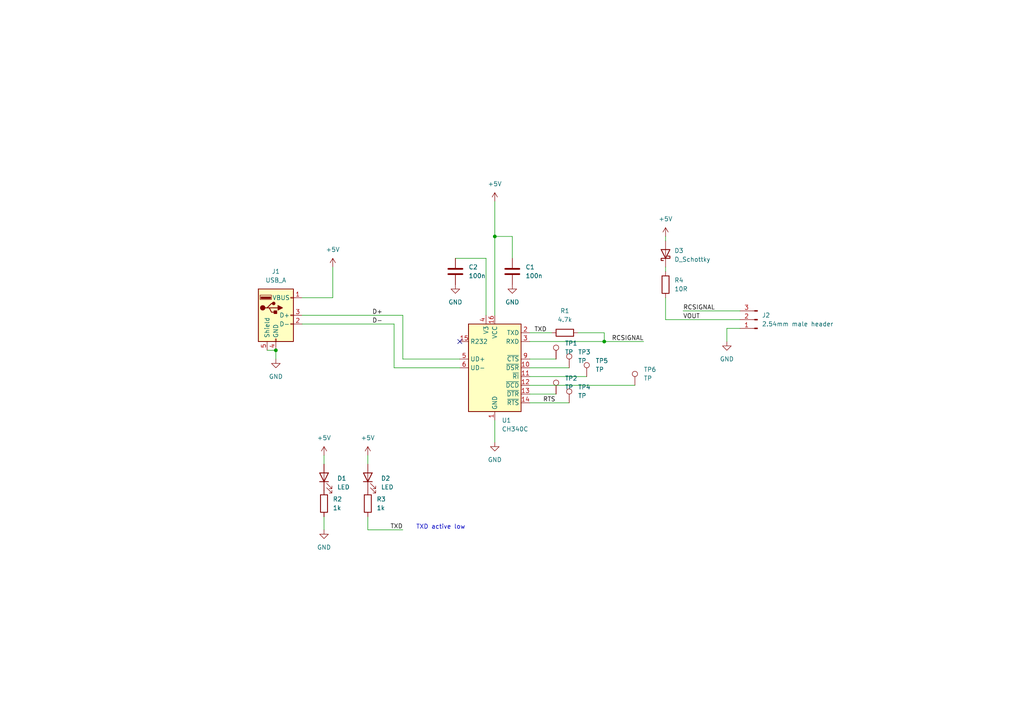
<source format=kicad_sch>
(kicad_sch (version 20211123) (generator eeschema)
  (paper "A4")
  (lib_symbols
    (symbol "Connector:Conn_01x03_Male" (pin_names (offset 1.016) hide)
      (property "Reference" "J" (at 0 5.08 0))
      (property "Value" "Conn_01x03_Male" (at 0 -5.08 0))
      (symbol "Conn_01x03_Male_1_1"
        (polyline (pts (xy 1.27 -2.54) (xy 0.8636 -2.54)) (stroke (width 0.1524)))
        (polyline (pts (xy 1.27 0) (xy 0.8636 0)) (stroke (width 0.1524)))
        (polyline (pts (xy 1.27 2.54) (xy 0.8636 2.54)) (stroke (width 0.1524)))
        (rectangle (start 0.8636 -2.413) (end 0 -2.667) (stroke (width 0.1524)) (fill (type outline)))
        (rectangle (start 0.8636 0.127) (end 0 -0.127) (stroke (width 0.1524)) (fill (type outline)))
        (rectangle (start 0.8636 2.667) (end 0 2.413) (stroke (width 0.1524)) (fill (type outline)))
        (pin passive line (at 5.08 2.54 180) (length 3.81) (name "Pin_1") (number "1"))
        (pin passive line (at 5.08 0 180) (length 3.81) (name "Pin_2") (number "2"))
        (pin passive line (at 5.08 -2.54 180) (length 3.81) (name "Pin_3") (number "3"))
      )
    )
    (symbol "Connector:TestPoint" (pin_numbers hide) (pin_names (offset 0.762) hide)
      (property "Reference" "TP" (at 0 6.858 0))
      (property "Value" "TestPoint" (at 0 5.08 0))
      (symbol "TestPoint_0_1"
        (circle (center 0 3.302) (radius 0.762))
      )
      (symbol "TestPoint_1_1"
        (pin passive line (at 0 0 90) (length 2.54) (name "1") (number "1"))
      )
    )
    (symbol "Connector:USB_A" (pin_names (offset 1.016))
      (property "Reference" "J" (at -5.08 11.43 0))
      (property "Value" "USB_A" (at -5.08 8.89 0))
      (symbol "USB_A_0_1"
        (rectangle (start -5.08 -7.62) (end 5.08 7.62) (stroke (width 0.254)) (fill (type background)))
        (circle (center -3.81 2.159) (radius 0.635) (stroke (width 0.254)) (fill (type outline)))
        (rectangle (start -1.524 4.826) (end -4.318 5.334) (fill (type outline)))
        (rectangle (start -1.27 4.572) (end -4.572 5.842))
        (circle (center -0.635 3.429) (radius 0.381) (stroke (width 0.254)) (fill (type outline)))
        (rectangle (start -0.127 -7.62) (end 0.127 -6.858))
        (polyline (pts (xy -3.175 2.159) (xy -2.54 2.159) (xy -1.27 3.429) (xy -0.635 3.429)) (stroke (width 0.254)))
        (polyline (pts (xy -2.54 2.159) (xy -1.905 2.159) (xy -1.27 0.889) (xy 0 0.889)) (stroke (width 0.254)))
        (polyline (pts (xy 0.635 2.794) (xy 0.635 1.524) (xy 1.905 2.159) (xy 0.635 2.794)) (stroke (width 0.254)) (fill (type outline)))
        (rectangle (start 0.254 1.27) (end -0.508 0.508) (stroke (width 0.254)) (fill (type outline)))
        (rectangle (start 5.08 -2.667) (end 4.318 -2.413))
        (rectangle (start 5.08 -0.127) (end 4.318 0.127))
        (rectangle (start 5.08 4.953) (end 4.318 5.207))
      )
      (symbol "USB_A_1_1"
        (polyline (pts (xy -1.905 2.159) (xy 0.635 2.159)) (stroke (width 0.254)))
        (pin power_in line (at 7.62 5.08 180) (length 2.54) (name "VBUS") (number "1"))
        (pin bidirectional line (at 7.62 -2.54 180) (length 2.54) (name "D-") (number "2"))
        (pin bidirectional line (at 7.62 0 180) (length 2.54) (name "D+") (number "3"))
        (pin power_in line (at 0 -10.16 90) (length 2.54) (name "GND") (number "4"))
        (pin passive line (at -2.54 -10.16 90) (length 2.54) (name "Shield") (number "5"))
      )
    )
    (symbol "Device:C" (pin_numbers hide) (pin_names (offset 0.254))
      (property "Reference" "C" (at 0.635 2.54 0))
      (property "Value" "C" (at 0.635 -2.54 0))
      (symbol "C_0_1"
        (polyline (pts (xy -2.032 -0.762) (xy 2.032 -0.762)) (stroke (width 0.508)))
        (polyline (pts (xy -2.032 0.762) (xy 2.032 0.762)) (stroke (width 0.508)))
      )
      (symbol "C_1_1"
        (pin passive line (at 0 3.81 270) (length 2.794) (name "~") (number "1"))
        (pin passive line (at 0 -3.81 90) (length 2.794) (name "~") (number "2"))
      )
    )
    (symbol "Device:D_Schottky" (pin_numbers hide) (pin_names (offset 1.016) hide)
      (property "Reference" "D" (at 0 2.54 0))
      (property "Value" "D_Schottky" (at 0 -2.54 0))
      (symbol "D_Schottky_0_1"
        (polyline (pts (xy 1.27 0) (xy -1.27 0)))
        (polyline (pts (xy 1.27 1.27) (xy 1.27 -1.27) (xy -1.27 0) (xy 1.27 1.27)) (stroke (width 0.254)))
        (polyline (pts (xy -1.905 0.635) (xy -1.905 1.27) (xy -1.27 1.27) (xy -1.27 -1.27) (xy -0.635 -1.27) (xy -0.635 -0.635)) (stroke (width 0.254)))
      )
      (symbol "D_Schottky_1_1"
        (pin passive line (at -3.81 0 0) (length 2.54) (name "K") (number "1"))
        (pin passive line (at 3.81 0 180) (length 2.54) (name "A") (number "2"))
      )
    )
    (symbol "Device:LED" (pin_numbers hide) (pin_names (offset 1.016) hide)
      (property "Reference" "D" (at 0 2.54 0))
      (property "Value" "LED" (at 0 -2.54 0))
      (symbol "LED_0_1"
        (polyline (pts (xy -1.27 -1.27) (xy -1.27 1.27)) (stroke (width 0.254)))
        (polyline (pts (xy -1.27 0) (xy 1.27 0)))
        (polyline (pts (xy 1.27 -1.27) (xy 1.27 1.27) (xy -1.27 0) (xy 1.27 -1.27)) (stroke (width 0.254)))
        (polyline (pts (xy -3.048 -0.762) (xy -4.572 -2.286) (xy -3.81 -2.286) (xy -4.572 -2.286) (xy -4.572 -1.524)))
        (polyline (pts (xy -1.778 -0.762) (xy -3.302 -2.286) (xy -2.54 -2.286) (xy -3.302 -2.286) (xy -3.302 -1.524)))
      )
      (symbol "LED_1_1"
        (pin passive line (at -3.81 0 0) (length 2.54) (name "K") (number "1"))
        (pin passive line (at 3.81 0 180) (length 2.54) (name "A") (number "2"))
      )
    )
    (symbol "Device:R" (pin_numbers hide) (pin_names (offset 0))
      (property "Reference" "R" (at 2.032 0 90))
      (property "Value" "R" (at 0 0 90))
      (symbol "R_0_1"
        (rectangle (start -1.016 -2.54) (end 1.016 2.54) (stroke (width 0.254)))
      )
      (symbol "R_1_1"
        (pin passive line (at 0 3.81 270) (length 1.27) (name "~") (number "1"))
        (pin passive line (at 0 -3.81 90) (length 1.27) (name "~") (number "2"))
      )
    )
    (symbol "Interface_USB:CH340C"
      (property "Reference" "U" (at -5.08 13.97 0))
      (property "Value" "CH340C" (at 1.27 13.97 0))
      (symbol "CH340C_0_1"
        (rectangle (start -7.62 12.7) (end 7.62 -12.7) (stroke (width 0.254)) (fill (type background)))
      )
      (symbol "CH340C_1_1"
        (pin power_in line (at 0 -15.24 90) (length 2.54) (name "GND") (number "1"))
        (pin input line (at 10.16 0 180) (length 2.54) (name "~{DSR}") (number "10"))
        (pin input line (at 10.16 -2.54 180) (length 2.54) (name "~{RI}") (number "11"))
        (pin input line (at 10.16 -5.08 180) (length 2.54) (name "~{DCD}") (number "12"))
        (pin output line (at 10.16 -7.62 180) (length 2.54) (name "~{DTR}") (number "13"))
        (pin output line (at 10.16 -10.16 180) (length 2.54) (name "~{RTS}") (number "14"))
        (pin input line (at -10.16 7.62 0) (length 2.54) (name "R232") (number "15"))
        (pin power_in line (at 0 15.24 270) (length 2.54) (name "VCC") (number "16"))
        (pin output line (at 10.16 10.16 180) (length 2.54) (name "TXD") (number "2"))
        (pin input line (at 10.16 7.62 180) (length 2.54) (name "RXD") (number "3"))
        (pin passive line (at -2.54 15.24 270) (length 2.54) (name "V3") (number "4"))
        (pin bidirectional line (at -10.16 2.54 0) (length 2.54) (name "UD+") (number "5"))
        (pin bidirectional line (at -10.16 0 0) (length 2.54) (name "UD-") (number "6"))
        (pin no_connect line (at -7.62 -7.62 0) (length 2.54) hide (name "NC") (number "7"))
        (pin no_connect line (at -7.62 -10.16 0) (length 2.54) hide (name "NC") (number "8"))
        (pin input line (at 10.16 2.54 180) (length 2.54) (name "~{CTS}") (number "9"))
      )
    )
    (symbol "power:+5V" (power) (pin_names (offset 0))
      (property "Value" "+5V" (at 0 3.556 0))
      (symbol "+5V_0_1"
        (polyline (pts (xy -0.762 1.27) (xy 0 2.54)))
        (polyline (pts (xy 0 0) (xy 0 2.54)))
        (polyline (pts (xy 0 2.54) (xy 0.762 1.27)))
      )
      (symbol "+5V_1_1"
        (pin power_in line (at 0 0 90) (length 0) hide (name "+5V") (number "1"))
      )
    )
    (symbol "power:GND" (power) (pin_names (offset 0))
      (property "Value" "GND" (at 0 -3.81 0))
      (symbol "GND_0_1"
        (polyline (pts (xy 0 0) (xy 0 -1.27) (xy 1.27 -1.27) (xy 0 -2.54) (xy -1.27 -1.27) (xy 0 -1.27)))
      )
      (symbol "GND_1_1"
        (pin power_in line (at 0 0 270) (length 0) hide (name "GND") (number "1"))
      )
    )
  )
  (junction (at 175.26 99.06))
  (junction (at 80.01 101.6))
  (junction (at 143.51 68.58))
  (no_connect (at 133.35 99.06))
  (wire (pts (xy 96.52 86.36) (xy 87.63 86.36)))
  (wire (pts (xy 193.04 92.71) (xy 214.63 92.71)))
  (wire (pts (xy 153.67 116.84) (xy 165.1 116.84)))
  (wire (pts (xy 114.3 106.68) (xy 133.35 106.68)))
  (wire (pts (xy 143.51 58.42) (xy 143.51 68.58)))
  (wire (pts (xy 167.64 96.52) (xy 175.26 96.52)))
  (wire (pts (xy 114.3 93.98) (xy 114.3 106.68)))
  (wire (pts (xy 153.67 111.76) (xy 184.15 111.76)))
  (wire (pts (xy 148.59 74.93) (xy 148.59 68.58)))
  (wire (pts (xy 153.67 109.22) (xy 170.18 109.22)))
  (wire (pts (xy 193.04 77.47) (xy 193.04 78.74)))
  (wire (pts (xy 175.26 96.52) (xy 175.26 99.06)))
  (wire (pts (xy 148.59 68.58) (xy 143.51 68.58)))
  (wire (pts (xy 87.63 93.98) (xy 114.3 93.98)))
  (wire (pts (xy 106.68 153.67) (xy 116.84 153.67)))
  (wire (pts (xy 106.68 132.08) (xy 106.68 134.62)))
  (wire (pts (xy 214.63 95.25) (xy 210.82 95.25)))
  (wire (pts (xy 153.67 114.3) (xy 161.29 114.3)))
  (wire (pts (xy 153.67 99.06) (xy 175.26 99.06)))
  (wire (pts (xy 87.63 91.44) (xy 116.84 91.44)))
  (wire (pts (xy 153.67 96.52) (xy 160.02 96.52)))
  (wire (pts (xy 153.67 106.68) (xy 165.1 106.68)))
  (wire (pts (xy 193.04 69.85) (xy 193.04 68.58)))
  (wire (pts (xy 153.67 104.14) (xy 161.29 104.14)))
  (wire (pts (xy 143.51 121.92) (xy 143.51 128.27)))
  (wire (pts (xy 93.98 149.86) (xy 93.98 153.67)))
  (wire (pts (xy 193.04 86.36) (xy 193.04 92.71)))
  (wire (pts (xy 77.47 101.6) (xy 80.01 101.6)))
  (wire (pts (xy 96.52 77.47) (xy 96.52 86.36)))
  (wire (pts (xy 198.12 90.17) (xy 214.63 90.17)))
  (wire (pts (xy 80.01 101.6) (xy 80.01 104.14)))
  (wire (pts (xy 116.84 104.14) (xy 133.35 104.14)))
  (wire (pts (xy 132.08 74.93) (xy 140.97 74.93)))
  (wire (pts (xy 116.84 91.44) (xy 116.84 104.14)))
  (wire (pts (xy 140.97 74.93) (xy 140.97 91.44)))
  (wire (pts (xy 143.51 68.58) (xy 143.51 91.44)))
  (wire (pts (xy 106.68 149.86) (xy 106.68 153.67)))
  (wire (pts (xy 93.98 132.08) (xy 93.98 134.62)))
  (wire (pts (xy 210.82 95.25) (xy 210.82 99.06)))
  (wire (pts (xy 175.26 99.06) (xy 186.69 99.06)))
  (text "TXD active low" (at 120.65 153.67 0) (effects (font (size 1.27 1.27)) (justify left bottom)))
  (label "RCSIGNAL" (at 186.69 99.06 180))
  (label "TXD" (at 154.94 96.52 0))
  (label "RTS" (at 157.48 116.84 0))
  (label "TXD" (at 116.84 153.67 180))
  (label "D+" (at 107.95 91.44 0))
  (label "D-" (at 107.95 93.98 0))
  (label "RCSIGNAL" (at 198.12 90.17 0))
  (label "VOUT" (at 198.12 92.71 0))
  (symbol (lib_id "Connector:TestPoint") (at 170.18 109.22 0) (unit 1)
    (property "Reference" "TP5" (at 172.72 104.6479 0) (effects (justify left)))
    (property "Value" "TP" (at 172.72 107.1879 0) (effects (justify left)))
    (property "Footprint" "TestPoint:TestPoint_Pad_D2.0mm" (effects hide))
  )
  (symbol (lib_id "Connector:TestPoint") (at 161.29 114.3 0) (unit 1)
    (property "Reference" "TP2" (at 163.83 109.7279 0) (effects (justify left)))
    (property "Value" "TP" (at 163.83 112.2679 0) (effects (justify left)))
    (property "Footprint" "TestPoint:TestPoint_Pad_D2.0mm" (effects hide))
  )
  (symbol (lib_id "power:GND") (at 148.59 82.55 0) (unit 1)
    (property "Reference" "#PWR03" (effects hide))
    (property "Value" "GND" (at 148.59 87.63 0))
  )
  (symbol (lib_id "Connector:Conn_01x03_Male") (at 219.71 92.71 180) (unit 1)
    (property "Reference" "J2" (at 220.98 91.4399 0) (effects (justify right)))
    (property "Value" "2.54mm male header" (at 220.98 93.9799 0) (effects (justify right)))
    (property "Footprint" "Connector_PinHeader_2.54mm:PinHeader_1x03_P2.54mm_Horizontal" (effects hide))
  )
  (symbol (lib_id "power:+5V") (at 193.04 68.58 0) (unit 1)
    (property "Reference" "#PWR07" (effects hide))
    (property "Value" "+5V" (at 193.04 63.5 0))
  )
  (symbol (lib_id "Interface_USB:CH340C") (at 143.51 106.68 0) (unit 1)
    (property "Reference" "U1" (at 145.5294 121.92 0) (effects (justify left)))
    (property "Value" "CH340C" (at 145.5294 124.46 0) (effects (justify left)))
    (property "Footprint" "Package_SO:SOIC-16_3.9x9.9mm_P1.27mm" (effects hide))
    (property "Datasheet" "https://datasheet.lcsc.com/szlcsc/Jiangsu-Qin-Heng-CH340C_C84681.pdf" (effects hide))
    (property "LCSC" "C84681" (effects hide))
  )
  (symbol (lib_id "Device:LED") (at 93.98 138.43 90) (unit 1)
    (property "Reference" "D1" (at 97.79 138.7474 90) (effects (justify right)))
    (property "Value" "LED" (at 97.79 141.2874 90) (effects (justify right)))
    (property "Footprint" "LED_SMD:LED_0805_2012Metric_Pad1.15x1.40mm_HandSolder" (effects hide))
    (property "LCSC" "C2296" (effects hide))
  )
  (symbol (lib_id "Device:C") (at 132.08 78.74 0) (unit 1)
    (property "Reference" "C2" (at 135.89 77.4699 0) (effects (justify left)))
    (property "Value" "100n" (at 135.89 80.0099 0) (effects (justify left)))
    (property "Footprint" "Capacitor_SMD:C_0805_2012Metric_Pad1.18x1.45mm_HandSolder" (effects hide))
    (property "LCSC" "C49678" (effects hide))
  )
  (symbol (lib_id "power:+5V") (at 96.52 77.47 0) (unit 1)
    (property "Reference" "#PWR02" (effects hide))
    (property "Value" "+5V" (at 96.52 72.39 0))
  )
  (symbol (lib_id "power:GND") (at 132.08 82.55 0) (unit 1)
    (property "Reference" "#PWR04" (effects hide))
    (property "Value" "GND" (at 132.08 87.63 0))
  )
  (symbol (lib_id "power:GND") (at 93.98 153.67 0) (unit 1)
    (property "Reference" "#PWR010" (effects hide))
    (property "Value" "GND" (at 93.98 158.75 0))
  )
  (symbol (lib_id "Device:C") (at 148.59 78.74 0) (unit 1)
    (property "Reference" "C1" (at 152.4 77.4699 0) (effects (justify left)))
    (property "Value" "100n" (at 152.4 80.0099 0) (effects (justify left)))
    (property "Footprint" "Capacitor_SMD:C_0805_2012Metric_Pad1.18x1.45mm_HandSolder" (effects hide))
    (property "LCSC" "C49678" (effects hide))
  )
  (symbol (lib_id "Device:D_Schottky") (at 193.04 73.66 90) (unit 1)
    (property "Reference" "D3" (at 195.58 72.7074 90) (effects (justify right)))
    (property "Value" "D_Schottky" (at 195.58 75.2474 90) (effects (justify right)))
    (property "Footprint" "Diode_SMD:D_SOD-123" (effects hide))
    (property "LCSC" "C8598" (effects hide))
  )
  (symbol (lib_id "Connector:USB_A") (at 80.01 91.44 0) (unit 1)
    (property "Reference" "J1" (at 80.01 78.74 0))
    (property "Value" "USB_A" (at 80.01 81.28 0))
    (property "Footprint" "Connector_USB:USB_A_CNCTech_1001-011-01101_Horizontal" (effects hide))
    (property "Datasheet" " ~" (effects hide))
    (property "MPN" "U-G-04WS-W-03" (effects hide))
    (property "Manufacturer" "Korean Hroparts Elec" (effects hide))
    (property "LCSC" "C283548" (effects hide))
  )
  (symbol (lib_id "power:+5V") (at 93.98 132.08 0) (unit 1)
    (property "Reference" "#PWR09" (effects hide))
    (property "Value" "+5V" (at 93.98 127 0))
  )
  (symbol (lib_id "Connector:TestPoint") (at 161.29 104.14 0) (unit 1)
    (property "Reference" "TP1" (at 163.83 99.5679 0) (effects (justify left)))
    (property "Value" "TP" (at 163.83 102.1079 0) (effects (justify left)))
    (property "Footprint" "TestPoint:TestPoint_Pad_D2.0mm" (effects hide))
  )
  (symbol (lib_id "Device:R") (at 106.68 146.05 180) (unit 1)
    (property "Reference" "R3" (at 109.22 144.7799 0) (effects (justify right)))
    (property "Value" "1k" (at 109.22 147.3199 0) (effects (justify right)))
    (property "Footprint" "Resistor_SMD:R_0805_2012Metric_Pad1.20x1.40mm_HandSolder" (effects hide))
    (property "LCSC" "C17513" (effects hide))
  )
  (symbol (lib_id "Device:R") (at 163.83 96.52 90) (unit 1)
    (property "Reference" "R1" (at 163.83 90.17 90))
    (property "Value" "4.7k" (at 163.83 92.71 90))
    (property "Footprint" "Resistor_SMD:R_0805_2012Metric_Pad1.20x1.40mm_HandSolder" (effects hide))
    (property "LCSC" "C17673" (effects hide))
  )
  (symbol (lib_id "power:+5V") (at 143.51 58.42 0) (unit 1)
    (property "Reference" "#PWR05" (effects hide))
    (property "Value" "+5V" (at 143.51 53.34 0))
  )
  (symbol (lib_id "power:+5V") (at 106.68 132.08 0) (unit 1)
    (property "Reference" "#PWR011" (effects hide))
    (property "Value" "+5V" (at 106.68 127 0))
  )
  (symbol (lib_id "Connector:TestPoint") (at 184.15 111.76 0) (unit 1)
    (property "Reference" "TP6" (at 186.69 107.1879 0) (effects (justify left)))
    (property "Value" "TP" (at 186.69 109.7279 0) (effects (justify left)))
    (property "Footprint" "TestPoint:TestPoint_Pad_D2.0mm" (effects hide))
  )
  (symbol (lib_id "Connector:TestPoint") (at 165.1 106.68 0) (unit 1)
    (property "Reference" "TP3" (at 167.64 102.1079 0) (effects (justify left)))
    (property "Value" "TP" (at 167.64 104.6479 0) (effects (justify left)))
    (property "Footprint" "TestPoint:TestPoint_Pad_D2.0mm" (effects hide))
  )
  (symbol (lib_id "power:GND") (at 80.01 104.14 0) (unit 1)
    (property "Reference" "#PWR01" (effects hide))
    (property "Value" "GND" (at 80.01 109.22 0))
  )
  (symbol (lib_id "Device:R") (at 93.98 146.05 180) (unit 1)
    (property "Reference" "R2" (at 96.52 144.7799 0) (effects (justify right)))
    (property "Value" "1k" (at 96.52 147.3199 0) (effects (justify right)))
    (property "Footprint" "Resistor_SMD:R_0805_2012Metric_Pad1.20x1.40mm_HandSolder" (effects hide))
    (property "LCSC" "C17513" (effects hide))
  )
  (symbol (lib_id "Connector:TestPoint") (at 165.1 116.84 0) (unit 1)
    (property "Reference" "TP4" (at 167.64 112.2679 0) (effects (justify left)))
    (property "Value" "TP" (at 167.64 114.8079 0) (effects (justify left)))
    (property "Footprint" "TestPoint:TestPoint_Pad_D2.0mm" (effects hide))
  )
  (symbol (lib_id "Device:R") (at 193.04 82.55 180) (unit 1)
    (property "Reference" "R4" (at 195.58 81.2799 0) (effects (justify right)))
    (property "Value" "10R" (at 195.58 83.8199 0) (effects (justify right)))
    (property "Footprint" "Resistor_SMD:R_0805_2012Metric_Pad1.20x1.40mm_HandSolder" (effects hide))
    (property "LCSC" "C17415" (effects hide))
  )
  (symbol (lib_id "Device:LED") (at 106.68 138.43 90) (unit 1)
    (property "Reference" "D2" (at 110.49 138.7474 90) (effects (justify right)))
    (property "Value" "LED" (at 110.49 141.2874 90) (effects (justify right)))
    (property "Footprint" "LED_SMD:LED_0805_2012Metric_Pad1.15x1.40mm_HandSolder" (effects hide))
    (property "LCSC" "C2296" (effects hide))
  )
  (symbol (lib_id "power:GND") (at 210.82 99.06 0) (unit 1)
    (property "Reference" "#PWR08" (effects hide))
    (property "Value" "GND" (at 210.82 104.14 0))
  )
  (symbol (lib_id "power:GND") (at 143.51 128.27 0) (unit 1)
    (property "Reference" "#PWR06" (effects hide))
    (property "Value" "GND" (at 143.51 133.35 0))
  )
)
</source>
